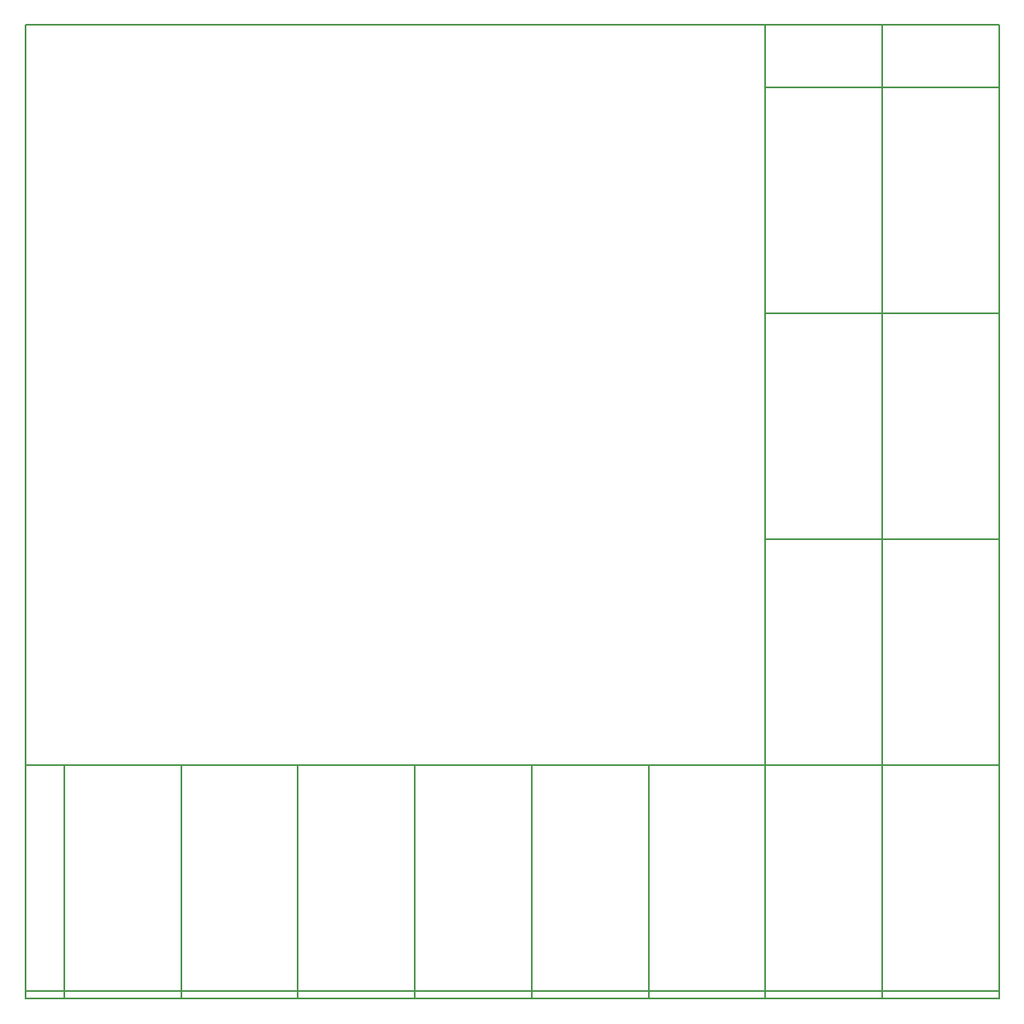
<source format=gbo>
%TF.GenerationSoftware,KiCad,Pcbnew,4.0.7*%
%TF.CreationDate,2017-11-17T14:01:58+08:00*%
%TF.ProjectId,merged,6D65726765642E6B696361645F706362,rev?*%
%TF.FileFunction,Legend,Bot*%
%FSLAX46Y46*%
G04 Gerber Fmt 4.6, Leading zero omitted, Abs format (unit mm)*
G04 Created by KiCad (PCBNEW 4.0.7) date 11/17/17 14:01:58*
%MOMM*%
%LPD*%
G01*
G04 APERTURE LIST*
%ADD10C,0.100000*%
%ADD11C,0.200000*%
G04 APERTURE END LIST*
D10*
D11*
X4000000Y800000D02*
X4000000Y0D01*
X4000000Y24000000D02*
X4000000Y800000D01*
X16000000Y24000000D02*
X16000000Y0D01*
X28000000Y24000000D02*
X28000000Y0D01*
X40000000Y24000000D02*
X40000000Y0D01*
X52000000Y24000000D02*
X52000000Y0D01*
X64000000Y800000D02*
X64000000Y0D01*
X64000000Y24000000D02*
X64000000Y800000D01*
X76000000Y47200000D02*
X100000000Y47200000D01*
X100000000Y70400000D02*
X76000000Y70400000D01*
X76000000Y93600000D02*
X100000000Y93600000D01*
X88000000Y0D02*
X88000000Y100000000D01*
X76000000Y100000000D02*
X76000000Y0D01*
X100000000Y800000D02*
X0Y800000D01*
X0Y24000000D02*
X100000000Y24000000D01*
X100000000Y100000000D02*
X0Y100000000D01*
X100000000Y0D02*
X100000000Y100000000D01*
X0Y0D02*
X100000000Y0D01*
X0Y100000000D02*
X0Y0D01*
M02*

</source>
